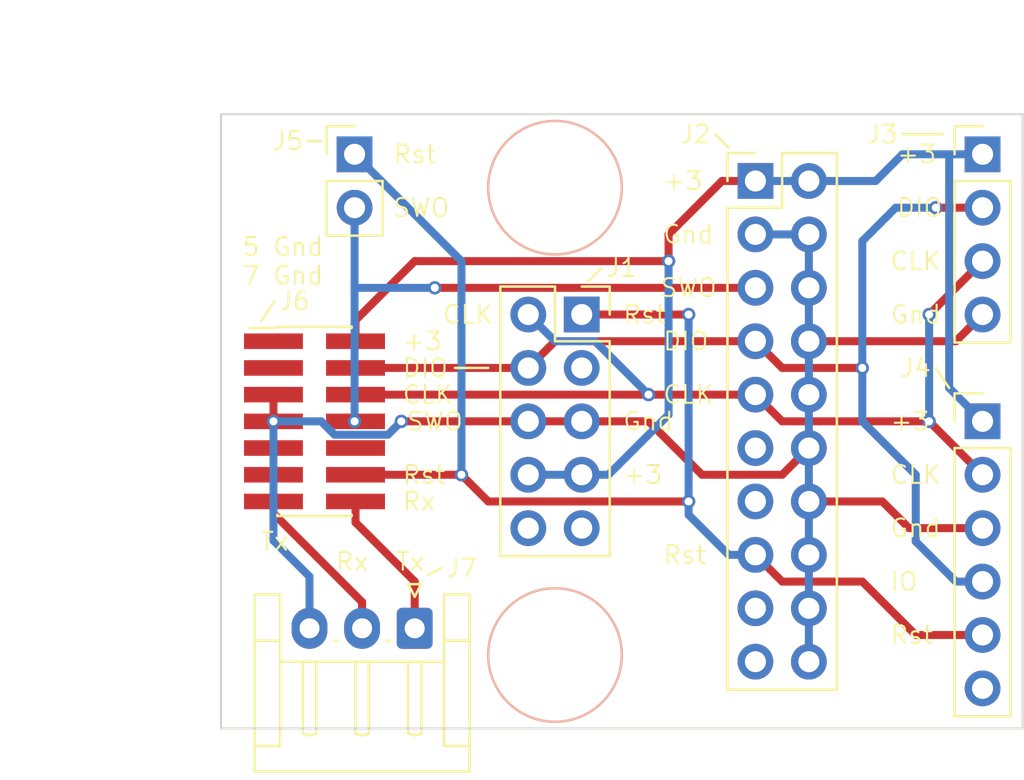
<source format=kicad_pcb>
(kicad_pcb (version 20171130) (host pcbnew "(5.1.5)-3")

  (general
    (thickness 1.6)
    (drawings 50)
    (tracks 113)
    (zones 0)
    (modules 9)
    (nets 9)
  )

  (page A4)
  (layers
    (0 F.Cu signal)
    (31 B.Cu signal)
    (32 B.Adhes user)
    (33 F.Adhes user)
    (34 B.Paste user)
    (35 F.Paste user)
    (36 B.SilkS user)
    (37 F.SilkS user)
    (38 B.Mask user)
    (39 F.Mask user)
    (40 Dwgs.User user)
    (41 Cmts.User user)
    (42 Eco1.User user)
    (43 Eco2.User user)
    (44 Edge.Cuts user)
    (45 Margin user)
    (46 B.CrtYd user)
    (47 F.CrtYd user)
    (48 B.Fab user hide)
    (49 F.Fab user hide)
  )

  (setup
    (last_trace_width 0.381)
    (trace_clearance 0.127)
    (zone_clearance 0.508)
    (zone_45_only no)
    (trace_min 0.2)
    (via_size 0.635)
    (via_drill 0.381)
    (via_min_size 0.4)
    (via_min_drill 0.3)
    (uvia_size 0.3)
    (uvia_drill 0.1)
    (uvias_allowed no)
    (uvia_min_size 0.2)
    (uvia_min_drill 0.1)
    (edge_width 0.05)
    (segment_width 0.2)
    (pcb_text_width 0.3)
    (pcb_text_size 1.5 1.5)
    (mod_edge_width 0.12)
    (mod_text_size 1 1)
    (mod_text_width 0.15)
    (pad_size 1.524 1.524)
    (pad_drill 0.762)
    (pad_to_mask_clearance 0.051)
    (solder_mask_min_width 0.25)
    (aux_axis_origin 0 0)
    (grid_origin 97.155 89.535)
    (visible_elements 7FFFFFFF)
    (pcbplotparams
      (layerselection 0x010fc_ffffffff)
      (usegerberextensions false)
      (usegerberattributes false)
      (usegerberadvancedattributes false)
      (creategerberjobfile false)
      (excludeedgelayer true)
      (linewidth 0.100000)
      (plotframeref false)
      (viasonmask false)
      (mode 1)
      (useauxorigin false)
      (hpglpennumber 1)
      (hpglpenspeed 20)
      (hpglpendiameter 15.000000)
      (psnegative false)
      (psa4output false)
      (plotreference true)
      (plotvalue true)
      (plotinvisibletext false)
      (padsonsilk false)
      (subtractmaskfromsilk false)
      (outputformat 1)
      (mirror false)
      (drillshape 0)
      (scaleselection 1)
      (outputdirectory ""))
  )

  (net 0 "")
  (net 1 +3V3)
  (net 2 GND)
  (net 3 /SWDIO)
  (net 4 /SWCLK)
  (net 5 /Reset)
  (net 6 /SWO)
  (net 7 /VCP_RX<-TX)
  (net 8 /VCP_TX->RX)

  (net_class Default "This is the default net class."
    (clearance 0.127)
    (trace_width 0.381)
    (via_dia 0.635)
    (via_drill 0.381)
    (uvia_dia 0.3)
    (uvia_drill 0.1)
    (add_net +3V3)
    (add_net /Reset)
    (add_net /SWCLK)
    (add_net /SWDIO)
    (add_net /SWO)
    (add_net /VCP_RX<-TX)
    (add_net /VCP_TX->RX)
    (add_net GND)
  )

  (module 0MiscParts:PinHeader_2x07_P1.27mm_Vertical_SMD_Samtec (layer F.Cu) (tedit 5FBADAC4) (tstamp 5FB97E3C)
    (at 101.6 74.93)
    (descr "surface-mounted straight pin header, 2x07, 1.27mm pitch, double rows")
    (tags "Surface mounted pin header SMD 2x07 1.27mm double row")
    (path /5FE4660D)
    (attr smd)
    (fp_text reference J6 (at -0.9525 -5.715) (layer F.SilkS)
      (effects (font (size 0.85 0.85) (thickness 0.1)))
    )
    (fp_text value Conn_02x07_Odd_Even (at 0 5.505) (layer F.Fab)
      (effects (font (size 0.85 0.85) (thickness 0.1)))
    )
    (fp_line (start 1.705 4.445) (end -1.705 4.445) (layer F.Fab) (width 0.1))
    (fp_line (start -1.27 -4.445) (end 1.705 -4.445) (layer F.Fab) (width 0.1))
    (fp_line (start -1.705 4.445) (end -1.705 -4.01) (layer F.Fab) (width 0.1))
    (fp_line (start -1.705 -4.01) (end -1.27 -4.445) (layer F.Fab) (width 0.1))
    (fp_line (start 1.705 -4.445) (end 1.705 4.445) (layer F.Fab) (width 0.1))
    (fp_line (start -1.705 -4.01) (end -2.75 -4.01) (layer F.Fab) (width 0.1))
    (fp_line (start -2.75 -4.01) (end -2.75 -3.61) (layer F.Fab) (width 0.1))
    (fp_line (start -2.75 -3.61) (end -1.705 -3.61) (layer F.Fab) (width 0.1))
    (fp_line (start 1.705 -4.01) (end 2.75 -4.01) (layer F.Fab) (width 0.1))
    (fp_line (start 2.75 -4.01) (end 2.75 -3.61) (layer F.Fab) (width 0.1))
    (fp_line (start 2.75 -3.61) (end 1.705 -3.61) (layer F.Fab) (width 0.1))
    (fp_line (start -1.705 -2.74) (end -2.75 -2.74) (layer F.Fab) (width 0.1))
    (fp_line (start -2.75 -2.74) (end -2.75 -2.34) (layer F.Fab) (width 0.1))
    (fp_line (start -2.75 -2.34) (end -1.705 -2.34) (layer F.Fab) (width 0.1))
    (fp_line (start 1.705 -2.74) (end 2.75 -2.74) (layer F.Fab) (width 0.1))
    (fp_line (start 2.75 -2.74) (end 2.75 -2.34) (layer F.Fab) (width 0.1))
    (fp_line (start 2.75 -2.34) (end 1.705 -2.34) (layer F.Fab) (width 0.1))
    (fp_line (start -1.705 -1.47) (end -2.75 -1.47) (layer F.Fab) (width 0.1))
    (fp_line (start -2.75 -1.47) (end -2.75 -1.07) (layer F.Fab) (width 0.1))
    (fp_line (start -2.75 -1.07) (end -1.705 -1.07) (layer F.Fab) (width 0.1))
    (fp_line (start 1.705 -1.47) (end 2.75 -1.47) (layer F.Fab) (width 0.1))
    (fp_line (start 2.75 -1.47) (end 2.75 -1.07) (layer F.Fab) (width 0.1))
    (fp_line (start 2.75 -1.07) (end 1.705 -1.07) (layer F.Fab) (width 0.1))
    (fp_line (start -1.705 -0.2) (end -2.75 -0.2) (layer F.Fab) (width 0.1))
    (fp_line (start -2.75 -0.2) (end -2.75 0.2) (layer F.Fab) (width 0.1))
    (fp_line (start -2.75 0.2) (end -1.705 0.2) (layer F.Fab) (width 0.1))
    (fp_line (start 1.705 -0.2) (end 2.75 -0.2) (layer F.Fab) (width 0.1))
    (fp_line (start 2.75 -0.2) (end 2.75 0.2) (layer F.Fab) (width 0.1))
    (fp_line (start 2.75 0.2) (end 1.705 0.2) (layer F.Fab) (width 0.1))
    (fp_line (start -1.705 1.07) (end -2.75 1.07) (layer F.Fab) (width 0.1))
    (fp_line (start -2.75 1.07) (end -2.75 1.47) (layer F.Fab) (width 0.1))
    (fp_line (start -2.75 1.47) (end -1.705 1.47) (layer F.Fab) (width 0.1))
    (fp_line (start 1.705 1.07) (end 2.75 1.07) (layer F.Fab) (width 0.1))
    (fp_line (start 2.75 1.07) (end 2.75 1.47) (layer F.Fab) (width 0.1))
    (fp_line (start 2.75 1.47) (end 1.705 1.47) (layer F.Fab) (width 0.1))
    (fp_line (start -1.705 2.34) (end -2.75 2.34) (layer F.Fab) (width 0.1))
    (fp_line (start -2.75 2.34) (end -2.75 2.74) (layer F.Fab) (width 0.1))
    (fp_line (start -2.75 2.74) (end -1.705 2.74) (layer F.Fab) (width 0.1))
    (fp_line (start 1.705 2.34) (end 2.75 2.34) (layer F.Fab) (width 0.1))
    (fp_line (start 2.75 2.34) (end 2.75 2.74) (layer F.Fab) (width 0.1))
    (fp_line (start 2.75 2.74) (end 1.705 2.74) (layer F.Fab) (width 0.1))
    (fp_line (start -1.705 3.61) (end -2.75 3.61) (layer F.Fab) (width 0.1))
    (fp_line (start -2.75 3.61) (end -2.75 4.01) (layer F.Fab) (width 0.1))
    (fp_line (start -2.75 4.01) (end -1.705 4.01) (layer F.Fab) (width 0.1))
    (fp_line (start 1.705 3.61) (end 2.75 3.61) (layer F.Fab) (width 0.1))
    (fp_line (start 2.75 3.61) (end 2.75 4.01) (layer F.Fab) (width 0.1))
    (fp_line (start 2.75 4.01) (end 1.705 4.01) (layer F.Fab) (width 0.1))
    (fp_line (start -1.765 -4.505) (end 1.765 -4.505) (layer F.SilkS) (width 0.12))
    (fp_line (start -1.765 4.505) (end 1.765 4.505) (layer F.SilkS) (width 0.12))
    (fp_line (start -3.09 -4.44) (end -1.765 -4.44) (layer F.SilkS) (width 0.12))
    (fp_line (start -1.765 -4.505) (end -1.765 -4.44) (layer F.SilkS) (width 0.12))
    (fp_line (start 1.765 -4.505) (end 1.765 -4.44) (layer F.SilkS) (width 0.12))
    (fp_line (start -1.765 4.44) (end -1.765 4.505) (layer F.SilkS) (width 0.12))
    (fp_line (start 1.765 4.44) (end 1.765 4.505) (layer F.SilkS) (width 0.12))
    (fp_line (start -4.3 -4.95) (end -4.3 4.95) (layer F.CrtYd) (width 0.05))
    (fp_line (start -4.3 4.95) (end 4.3 4.95) (layer F.CrtYd) (width 0.05))
    (fp_line (start 4.3 4.95) (end 4.3 -4.95) (layer F.CrtYd) (width 0.05))
    (fp_line (start 4.3 -4.95) (end -4.3 -4.95) (layer F.CrtYd) (width 0.05))
    (fp_text user %R (at 0 0 90) (layer F.Fab)
      (effects (font (size 0.85 0.85) (thickness 0.1)))
    )
    (pad 1 smd rect (at -1.95 -3.81) (size 2.8 0.74) (layers F.Cu F.Paste F.Mask))
    (pad 2 smd rect (at 1.95 -3.81) (size 2.8 0.74) (layers F.Cu F.Paste F.Mask)
      (net 1 +3V3))
    (pad 3 smd rect (at -1.95 -2.54) (size 2.8 0.74) (layers F.Cu F.Paste F.Mask))
    (pad 4 smd rect (at 1.95 -2.54) (size 2.8 0.74) (layers F.Cu F.Paste F.Mask)
      (net 3 /SWDIO))
    (pad 5 smd rect (at -1.95 -1.27) (size 2.8 0.74) (layers F.Cu F.Paste F.Mask)
      (net 2 GND))
    (pad 6 smd rect (at 1.95 -1.27) (size 2.8 0.74) (layers F.Cu F.Paste F.Mask)
      (net 4 /SWCLK))
    (pad 7 smd rect (at -1.95 0) (size 2.8 0.74) (layers F.Cu F.Paste F.Mask)
      (net 2 GND))
    (pad 8 smd rect (at 1.95 0) (size 2.8 0.74) (layers F.Cu F.Paste F.Mask)
      (net 6 /SWO))
    (pad 9 smd rect (at -1.95 1.27) (size 2.8 0.74) (layers F.Cu F.Paste F.Mask))
    (pad 10 smd rect (at 1.95 1.27) (size 2.8 0.74) (layers F.Cu F.Paste F.Mask))
    (pad 11 smd rect (at -1.95 2.54) (size 2.8 0.74) (layers F.Cu F.Paste F.Mask))
    (pad 12 smd rect (at 1.95 2.54) (size 2.8 0.74) (layers F.Cu F.Paste F.Mask)
      (net 5 /Reset))
    (pad 13 smd rect (at -1.95 3.81) (size 2.8 0.74) (layers F.Cu F.Paste F.Mask)
      (net 8 /VCP_TX->RX))
    (pad 14 smd rect (at 1.95 3.81) (size 2.8 0.74) (layers F.Cu F.Paste F.Mask)
      (net 7 /VCP_RX<-TX))
    (model ${KISYS3DMOD}/Connector_PinHeader_1.27mm.3dshapes/PinHeader_2x07_P1.27mm_Vertical_SMD.wrl
      (at (xyz 0 0 0))
      (scale (xyz 1 1 1))
      (rotate (xyz 0 0 0))
    )
  )

  (module "0MiscParts:MountingHole _1-8_1-4" (layer F.Cu) (tedit 5E4292CA) (tstamp 5FB99381)
    (at 113.03 63.8175)
    (path /5FE78440)
    (fp_text reference H2 (at 0 2.032) (layer F.Fab)
      (effects (font (size 1 1) (thickness 0.15)))
    )
    (fp_text value MountingHole (at 0 -2.032) (layer F.Fab)
      (effects (font (size 1 1) (thickness 0.15)))
    )
    (fp_circle (center 0 0) (end 3.175 0) (layer B.SilkS) (width 0.12))
    (fp_circle (center 0 0) (end 3.175 0) (layer F.SilkS) (width 0.12))
    (pad "" np_thru_hole circle (at 0 0) (size 3.175 3.175) (drill 3.175) (layers *.Cu *.Mask))
  )

  (module "0MiscParts:MountingHole _1-8_1-4" (layer F.Cu) (tedit 5E4292CA) (tstamp 5FB9937A)
    (at 113.03 86.0425)
    (path /5FE77D2F)
    (fp_text reference H1 (at 0 2.032) (layer F.Fab)
      (effects (font (size 1 1) (thickness 0.15)))
    )
    (fp_text value MountingHole (at 0 -2.032) (layer F.Fab)
      (effects (font (size 1 1) (thickness 0.15)))
    )
    (fp_circle (center 0 0) (end 3.175 0) (layer B.SilkS) (width 0.12))
    (fp_circle (center 0 0) (end 3.175 0) (layer F.SilkS) (width 0.12))
    (pad "" np_thru_hole circle (at 0 0) (size 3.175 3.175) (drill 3.175) (layers *.Cu *.Mask))
  )

  (module Connector_JST:JST_EH_S3B-EH_1x03_P2.50mm_Horizontal (layer F.Cu) (tedit 5C281425) (tstamp 5FB98505)
    (at 106.3625 84.7725 180)
    (descr "JST EH series connector, S3B-EH (http://www.jst-mfg.com/product/pdf/eng/eEH.pdf), generated with kicad-footprint-generator")
    (tags "connector JST EH horizontal")
    (path /5FE5746C)
    (fp_text reference J7 (at -2.2225 2.8575) (layer F.SilkS)
      (effects (font (size 0.85 0.85) (thickness 0.1)))
    )
    (fp_text value Conn_01x03 (at 2.5 2.7) (layer F.Fab)
      (effects (font (size 0.85 0.85) (thickness 0.1)))
    )
    (fp_text user %R (at 2.5 -2.6) (layer F.Fab)
      (effects (font (size 0.85 0.85) (thickness 0.1)))
    )
    (fp_line (start 0 -1.407107) (end 0.5 -0.7) (layer F.Fab) (width 0.1))
    (fp_line (start -0.5 -0.7) (end 0 -1.407107) (layer F.Fab) (width 0.1))
    (fp_line (start 0.3 2.1) (end 0 1.5) (layer F.SilkS) (width 0.12))
    (fp_line (start -0.3 2.1) (end 0.3 2.1) (layer F.SilkS) (width 0.12))
    (fp_line (start 0 1.5) (end -0.3 2.1) (layer F.SilkS) (width 0.12))
    (fp_line (start 5.32 -1.59) (end 5 -1.59) (layer F.SilkS) (width 0.12))
    (fp_line (start 5.32 -5.01) (end 5.32 -1.59) (layer F.SilkS) (width 0.12))
    (fp_line (start 5 -5.09) (end 5.32 -5.01) (layer F.SilkS) (width 0.12))
    (fp_line (start 4.68 -5.01) (end 5 -5.09) (layer F.SilkS) (width 0.12))
    (fp_line (start 4.68 -1.59) (end 4.68 -5.01) (layer F.SilkS) (width 0.12))
    (fp_line (start 5 -1.59) (end 4.68 -1.59) (layer F.SilkS) (width 0.12))
    (fp_line (start 3.67 -0.59) (end 3.83 -0.59) (layer F.SilkS) (width 0.12))
    (fp_line (start 2.82 -1.59) (end 2.5 -1.59) (layer F.SilkS) (width 0.12))
    (fp_line (start 2.82 -5.01) (end 2.82 -1.59) (layer F.SilkS) (width 0.12))
    (fp_line (start 2.5 -5.09) (end 2.82 -5.01) (layer F.SilkS) (width 0.12))
    (fp_line (start 2.18 -5.01) (end 2.5 -5.09) (layer F.SilkS) (width 0.12))
    (fp_line (start 2.18 -1.59) (end 2.18 -5.01) (layer F.SilkS) (width 0.12))
    (fp_line (start 2.5 -1.59) (end 2.18 -1.59) (layer F.SilkS) (width 0.12))
    (fp_line (start 1.17 -0.59) (end 1.33 -0.59) (layer F.SilkS) (width 0.12))
    (fp_line (start 0.32 -1.59) (end 0 -1.59) (layer F.SilkS) (width 0.12))
    (fp_line (start 0.32 -5.01) (end 0.32 -1.59) (layer F.SilkS) (width 0.12))
    (fp_line (start 0 -5.09) (end 0.32 -5.01) (layer F.SilkS) (width 0.12))
    (fp_line (start -0.32 -5.01) (end 0 -5.09) (layer F.SilkS) (width 0.12))
    (fp_line (start -0.32 -1.59) (end -0.32 -5.01) (layer F.SilkS) (width 0.12))
    (fp_line (start 0 -1.59) (end -0.32 -1.59) (layer F.SilkS) (width 0.12))
    (fp_line (start -1.39 -1.59) (end 6.39 -1.59) (layer F.SilkS) (width 0.12))
    (fp_line (start 6.39 -0.59) (end 7.61 -0.59) (layer F.SilkS) (width 0.12))
    (fp_line (start 6.39 -5.59) (end 6.39 -0.59) (layer F.SilkS) (width 0.12))
    (fp_line (start 7.61 -5.59) (end 6.39 -5.59) (layer F.SilkS) (width 0.12))
    (fp_line (start -1.39 -0.59) (end -2.61 -0.59) (layer F.SilkS) (width 0.12))
    (fp_line (start -1.39 -5.59) (end -1.39 -0.59) (layer F.SilkS) (width 0.12))
    (fp_line (start -2.61 -5.59) (end -1.39 -5.59) (layer F.SilkS) (width 0.12))
    (fp_line (start 6.39 1.61) (end 6.39 -0.59) (layer F.SilkS) (width 0.12))
    (fp_line (start 7.61 1.61) (end 6.39 1.61) (layer F.SilkS) (width 0.12))
    (fp_line (start 7.61 -6.81) (end 7.61 1.61) (layer F.SilkS) (width 0.12))
    (fp_line (start -2.61 -6.81) (end 7.61 -6.81) (layer F.SilkS) (width 0.12))
    (fp_line (start -2.61 1.61) (end -2.61 -6.81) (layer F.SilkS) (width 0.12))
    (fp_line (start -1.39 1.61) (end -2.61 1.61) (layer F.SilkS) (width 0.12))
    (fp_line (start -1.39 -0.59) (end -1.39 1.61) (layer F.SilkS) (width 0.12))
    (fp_line (start 8 -7.2) (end -3 -7.2) (layer F.CrtYd) (width 0.05))
    (fp_line (start 8 2) (end 8 -7.2) (layer F.CrtYd) (width 0.05))
    (fp_line (start -3 2) (end 8 2) (layer F.CrtYd) (width 0.05))
    (fp_line (start -3 -7.2) (end -3 2) (layer F.CrtYd) (width 0.05))
    (fp_line (start 6.5 -0.7) (end -1.5 -0.7) (layer F.Fab) (width 0.1))
    (fp_line (start 6.5 1.5) (end 6.5 -0.7) (layer F.Fab) (width 0.1))
    (fp_line (start 7.5 1.5) (end 6.5 1.5) (layer F.Fab) (width 0.1))
    (fp_line (start 7.5 -6.7) (end 7.5 1.5) (layer F.Fab) (width 0.1))
    (fp_line (start -2.5 -6.7) (end 7.5 -6.7) (layer F.Fab) (width 0.1))
    (fp_line (start -2.5 1.5) (end -2.5 -6.7) (layer F.Fab) (width 0.1))
    (fp_line (start -1.5 1.5) (end -2.5 1.5) (layer F.Fab) (width 0.1))
    (fp_line (start -1.5 -0.7) (end -1.5 1.5) (layer F.Fab) (width 0.1))
    (pad 3 thru_hole oval (at 5 0 180) (size 1.7 1.95) (drill 0.95) (layers *.Cu *.Mask)
      (net 2 GND))
    (pad 2 thru_hole oval (at 2.5 0 180) (size 1.7 1.95) (drill 0.95) (layers *.Cu *.Mask)
      (net 8 /VCP_TX->RX))
    (pad 1 thru_hole roundrect (at 0 0 180) (size 1.7 1.95) (drill 0.95) (layers *.Cu *.Mask) (roundrect_rratio 0.147059)
      (net 7 /VCP_RX<-TX))
    (model ${KISYS3DMOD}/Connector_JST.3dshapes/JST_EH_S3B-EH_1x03_P2.50mm_Horizontal.wrl
      (at (xyz 0 0 0))
      (scale (xyz 1 1 1))
      (rotate (xyz 0 0 0))
    )
  )

  (module Connector_PinHeader_2.54mm:PinHeader_1x02_P2.54mm_Vertical (layer F.Cu) (tedit 59FED5CC) (tstamp 5F233C9F)
    (at 103.505 62.23)
    (descr "Through hole straight pin header, 1x02, 2.54mm pitch, single row")
    (tags "Through hole pin header THT 1x02 2.54mm single row")
    (path /5F240DDF)
    (fp_text reference J5 (at -3.175 -0.635) (layer F.SilkS)
      (effects (font (size 0.85 0.85) (thickness 0.1)))
    )
    (fp_text value Conn_01x02_Male (at 0 4.87) (layer F.Fab)
      (effects (font (size 0.85 0.85) (thickness 0.1)))
    )
    (fp_text user %R (at 0 1.27 90) (layer F.Fab)
      (effects (font (size 0.85 0.85) (thickness 0.1)))
    )
    (fp_line (start 1.8 -1.8) (end -1.8 -1.8) (layer F.CrtYd) (width 0.05))
    (fp_line (start 1.8 4.35) (end 1.8 -1.8) (layer F.CrtYd) (width 0.05))
    (fp_line (start -1.8 4.35) (end 1.8 4.35) (layer F.CrtYd) (width 0.05))
    (fp_line (start -1.8 -1.8) (end -1.8 4.35) (layer F.CrtYd) (width 0.05))
    (fp_line (start -1.33 -1.33) (end 0 -1.33) (layer F.SilkS) (width 0.12))
    (fp_line (start -1.33 0) (end -1.33 -1.33) (layer F.SilkS) (width 0.12))
    (fp_line (start -1.33 1.27) (end 1.33 1.27) (layer F.SilkS) (width 0.12))
    (fp_line (start 1.33 1.27) (end 1.33 3.87) (layer F.SilkS) (width 0.12))
    (fp_line (start -1.33 1.27) (end -1.33 3.87) (layer F.SilkS) (width 0.12))
    (fp_line (start -1.33 3.87) (end 1.33 3.87) (layer F.SilkS) (width 0.12))
    (fp_line (start -1.27 -0.635) (end -0.635 -1.27) (layer F.Fab) (width 0.1))
    (fp_line (start -1.27 3.81) (end -1.27 -0.635) (layer F.Fab) (width 0.1))
    (fp_line (start 1.27 3.81) (end -1.27 3.81) (layer F.Fab) (width 0.1))
    (fp_line (start 1.27 -1.27) (end 1.27 3.81) (layer F.Fab) (width 0.1))
    (fp_line (start -0.635 -1.27) (end 1.27 -1.27) (layer F.Fab) (width 0.1))
    (pad 2 thru_hole oval (at 0 2.54) (size 1.7 1.7) (drill 1) (layers *.Cu *.Mask)
      (net 6 /SWO))
    (pad 1 thru_hole rect (at 0 0) (size 1.7 1.7) (drill 1) (layers *.Cu *.Mask)
      (net 5 /Reset))
    (model ${KISYS3DMOD}/Connector_PinHeader_2.54mm.3dshapes/PinHeader_1x02_P2.54mm_Vertical.wrl
      (at (xyz 0 0 0))
      (scale (xyz 1 1 1))
      (rotate (xyz 0 0 0))
    )
  )

  (module Connector_PinSocket_2.54mm:PinSocket_2x05_P2.54mm_Vertical (layer F.Cu) (tedit 5A19A42B) (tstamp 5EEE0CCE)
    (at 114.3 69.85)
    (descr "Through hole straight socket strip, 2x05, 2.54mm pitch, double cols (from Kicad 4.0.7), script generated")
    (tags "Through hole socket strip THT 2x05 2.54mm double row")
    (path /5EED9209)
    (fp_text reference J1 (at 1.905 -2.2225) (layer F.SilkS)
      (effects (font (size 0.85 0.85) (thickness 0.1)))
    )
    (fp_text value Conn_02x05_Odd_Even (at -1.27 12.93) (layer F.Fab)
      (effects (font (size 0.85 0.85) (thickness 0.1)))
    )
    (fp_text user %R (at -1.27 5.08 90) (layer F.Fab)
      (effects (font (size 0.85 0.85) (thickness 0.1)))
    )
    (fp_line (start -4.34 11.9) (end -4.34 -1.8) (layer F.CrtYd) (width 0.05))
    (fp_line (start 1.76 11.9) (end -4.34 11.9) (layer F.CrtYd) (width 0.05))
    (fp_line (start 1.76 -1.8) (end 1.76 11.9) (layer F.CrtYd) (width 0.05))
    (fp_line (start -4.34 -1.8) (end 1.76 -1.8) (layer F.CrtYd) (width 0.05))
    (fp_line (start 0 -1.33) (end 1.33 -1.33) (layer F.SilkS) (width 0.12))
    (fp_line (start 1.33 -1.33) (end 1.33 0) (layer F.SilkS) (width 0.12))
    (fp_line (start -1.27 -1.33) (end -1.27 1.27) (layer F.SilkS) (width 0.12))
    (fp_line (start -1.27 1.27) (end 1.33 1.27) (layer F.SilkS) (width 0.12))
    (fp_line (start 1.33 1.27) (end 1.33 11.49) (layer F.SilkS) (width 0.12))
    (fp_line (start -3.87 11.49) (end 1.33 11.49) (layer F.SilkS) (width 0.12))
    (fp_line (start -3.87 -1.33) (end -3.87 11.49) (layer F.SilkS) (width 0.12))
    (fp_line (start -3.87 -1.33) (end -1.27 -1.33) (layer F.SilkS) (width 0.12))
    (fp_line (start -3.81 11.43) (end -3.81 -1.27) (layer F.Fab) (width 0.1))
    (fp_line (start 1.27 11.43) (end -3.81 11.43) (layer F.Fab) (width 0.1))
    (fp_line (start 1.27 -0.27) (end 1.27 11.43) (layer F.Fab) (width 0.1))
    (fp_line (start 0.27 -1.27) (end 1.27 -0.27) (layer F.Fab) (width 0.1))
    (fp_line (start -3.81 -1.27) (end 0.27 -1.27) (layer F.Fab) (width 0.1))
    (pad 10 thru_hole oval (at -2.54 10.16) (size 1.7 1.7) (drill 1) (layers *.Cu *.Mask))
    (pad 9 thru_hole oval (at 0 10.16) (size 1.7 1.7) (drill 1) (layers *.Cu *.Mask))
    (pad 8 thru_hole oval (at -2.54 7.62) (size 1.7 1.7) (drill 1) (layers *.Cu *.Mask)
      (net 1 +3V3))
    (pad 7 thru_hole oval (at 0 7.62) (size 1.7 1.7) (drill 1) (layers *.Cu *.Mask)
      (net 1 +3V3))
    (pad 6 thru_hole oval (at -2.54 5.08) (size 1.7 1.7) (drill 1) (layers *.Cu *.Mask)
      (net 2 GND))
    (pad 5 thru_hole oval (at 0 5.08) (size 1.7 1.7) (drill 1) (layers *.Cu *.Mask)
      (net 2 GND))
    (pad 4 thru_hole oval (at -2.54 2.54) (size 1.7 1.7) (drill 1) (layers *.Cu *.Mask)
      (net 3 /SWDIO))
    (pad 3 thru_hole oval (at 0 2.54) (size 1.7 1.7) (drill 1) (layers *.Cu *.Mask))
    (pad 2 thru_hole oval (at -2.54 0) (size 1.7 1.7) (drill 1) (layers *.Cu *.Mask)
      (net 4 /SWCLK))
    (pad 1 thru_hole rect (at 0 0) (size 1.7 1.7) (drill 1) (layers *.Cu *.Mask)
      (net 5 /Reset))
    (model ${KISYS3DMOD}/Connector_PinSocket_2.54mm.3dshapes/PinSocket_2x05_P2.54mm_Vertical.wrl
      (at (xyz 0 0 0))
      (scale (xyz 1 1 1))
      (rotate (xyz 0 0 0))
    )
  )

  (module Connector_PinHeader_2.54mm:PinHeader_1x06_P2.54mm_Vertical (layer F.Cu) (tedit 59FED5CC) (tstamp 5EEE1499)
    (at 133.35 74.93)
    (descr "Through hole straight pin header, 1x06, 2.54mm pitch, single row")
    (tags "Through hole pin header THT 1x06 2.54mm single row")
    (path /5EEF2DB2)
    (fp_text reference J4 (at -3.175 -2.54) (layer F.SilkS)
      (effects (font (size 0.85 0.85) (thickness 0.1)))
    )
    (fp_text value Conn_01x06_Male (at 0 15.03) (layer F.Fab)
      (effects (font (size 0.85 0.85) (thickness 0.1)))
    )
    (fp_text user %R (at 0 6.35 90) (layer F.Fab)
      (effects (font (size 0.85 0.85) (thickness 0.1)))
    )
    (fp_line (start 1.8 -1.8) (end -1.8 -1.8) (layer F.CrtYd) (width 0.05))
    (fp_line (start 1.8 14.5) (end 1.8 -1.8) (layer F.CrtYd) (width 0.05))
    (fp_line (start -1.8 14.5) (end 1.8 14.5) (layer F.CrtYd) (width 0.05))
    (fp_line (start -1.8 -1.8) (end -1.8 14.5) (layer F.CrtYd) (width 0.05))
    (fp_line (start -1.33 -1.33) (end 0 -1.33) (layer F.SilkS) (width 0.12))
    (fp_line (start -1.33 0) (end -1.33 -1.33) (layer F.SilkS) (width 0.12))
    (fp_line (start -1.33 1.27) (end 1.33 1.27) (layer F.SilkS) (width 0.12))
    (fp_line (start 1.33 1.27) (end 1.33 14.03) (layer F.SilkS) (width 0.12))
    (fp_line (start -1.33 1.27) (end -1.33 14.03) (layer F.SilkS) (width 0.12))
    (fp_line (start -1.33 14.03) (end 1.33 14.03) (layer F.SilkS) (width 0.12))
    (fp_line (start -1.27 -0.635) (end -0.635 -1.27) (layer F.Fab) (width 0.1))
    (fp_line (start -1.27 13.97) (end -1.27 -0.635) (layer F.Fab) (width 0.1))
    (fp_line (start 1.27 13.97) (end -1.27 13.97) (layer F.Fab) (width 0.1))
    (fp_line (start 1.27 -1.27) (end 1.27 13.97) (layer F.Fab) (width 0.1))
    (fp_line (start -0.635 -1.27) (end 1.27 -1.27) (layer F.Fab) (width 0.1))
    (pad 6 thru_hole oval (at 0 12.7) (size 1.7 1.7) (drill 1) (layers *.Cu *.Mask))
    (pad 5 thru_hole oval (at 0 10.16) (size 1.7 1.7) (drill 1) (layers *.Cu *.Mask)
      (net 5 /Reset))
    (pad 4 thru_hole oval (at 0 7.62) (size 1.7 1.7) (drill 1) (layers *.Cu *.Mask)
      (net 3 /SWDIO))
    (pad 3 thru_hole oval (at 0 5.08) (size 1.7 1.7) (drill 1) (layers *.Cu *.Mask)
      (net 2 GND))
    (pad 2 thru_hole oval (at 0 2.54) (size 1.7 1.7) (drill 1) (layers *.Cu *.Mask)
      (net 4 /SWCLK))
    (pad 1 thru_hole rect (at 0 0) (size 1.7 1.7) (drill 1) (layers *.Cu *.Mask)
      (net 1 +3V3))
    (model ${KISYS3DMOD}/Connector_PinHeader_2.54mm.3dshapes/PinHeader_1x06_P2.54mm_Vertical.wrl
      (at (xyz 0 0 0))
      (scale (xyz 1 1 1))
      (rotate (xyz 0 0 0))
    )
  )

  (module Connector_PinHeader_2.54mm:PinHeader_2x10_P2.54mm_Vertical (layer F.Cu) (tedit 59FED5CC) (tstamp 5EEE0CF8)
    (at 122.555 63.5)
    (descr "Through hole straight pin header, 2x10, 2.54mm pitch, double rows")
    (tags "Through hole pin header THT 2x10 2.54mm double row")
    (path /5EED99D3)
    (fp_text reference J2 (at -2.8575 -2.2225) (layer F.SilkS)
      (effects (font (size 0.85 0.85) (thickness 0.1)))
    )
    (fp_text value Conn_02x10_Odd_Even (at 1.27 25.19) (layer F.Fab)
      (effects (font (size 0.85 0.85) (thickness 0.1)))
    )
    (fp_text user %R (at 1.27 11.43 90) (layer F.Fab)
      (effects (font (size 0.85 0.85) (thickness 0.1)))
    )
    (fp_line (start 4.35 -1.8) (end -1.8 -1.8) (layer F.CrtYd) (width 0.05))
    (fp_line (start 4.35 24.65) (end 4.35 -1.8) (layer F.CrtYd) (width 0.05))
    (fp_line (start -1.8 24.65) (end 4.35 24.65) (layer F.CrtYd) (width 0.05))
    (fp_line (start -1.8 -1.8) (end -1.8 24.65) (layer F.CrtYd) (width 0.05))
    (fp_line (start -1.33 -1.33) (end 0 -1.33) (layer F.SilkS) (width 0.12))
    (fp_line (start -1.33 0) (end -1.33 -1.33) (layer F.SilkS) (width 0.12))
    (fp_line (start 1.27 -1.33) (end 3.87 -1.33) (layer F.SilkS) (width 0.12))
    (fp_line (start 1.27 1.27) (end 1.27 -1.33) (layer F.SilkS) (width 0.12))
    (fp_line (start -1.33 1.27) (end 1.27 1.27) (layer F.SilkS) (width 0.12))
    (fp_line (start 3.87 -1.33) (end 3.87 24.19) (layer F.SilkS) (width 0.12))
    (fp_line (start -1.33 1.27) (end -1.33 24.19) (layer F.SilkS) (width 0.12))
    (fp_line (start -1.33 24.19) (end 3.87 24.19) (layer F.SilkS) (width 0.12))
    (fp_line (start -1.27 0) (end 0 -1.27) (layer F.Fab) (width 0.1))
    (fp_line (start -1.27 24.13) (end -1.27 0) (layer F.Fab) (width 0.1))
    (fp_line (start 3.81 24.13) (end -1.27 24.13) (layer F.Fab) (width 0.1))
    (fp_line (start 3.81 -1.27) (end 3.81 24.13) (layer F.Fab) (width 0.1))
    (fp_line (start 0 -1.27) (end 3.81 -1.27) (layer F.Fab) (width 0.1))
    (pad 20 thru_hole oval (at 2.54 22.86) (size 1.7 1.7) (drill 1) (layers *.Cu *.Mask)
      (net 2 GND))
    (pad 19 thru_hole oval (at 0 22.86) (size 1.7 1.7) (drill 1) (layers *.Cu *.Mask))
    (pad 18 thru_hole oval (at 2.54 20.32) (size 1.7 1.7) (drill 1) (layers *.Cu *.Mask)
      (net 2 GND))
    (pad 17 thru_hole oval (at 0 20.32) (size 1.7 1.7) (drill 1) (layers *.Cu *.Mask))
    (pad 16 thru_hole oval (at 2.54 17.78) (size 1.7 1.7) (drill 1) (layers *.Cu *.Mask)
      (net 2 GND))
    (pad 15 thru_hole oval (at 0 17.78) (size 1.7 1.7) (drill 1) (layers *.Cu *.Mask)
      (net 5 /Reset))
    (pad 14 thru_hole oval (at 2.54 15.24) (size 1.7 1.7) (drill 1) (layers *.Cu *.Mask)
      (net 2 GND))
    (pad 13 thru_hole oval (at 0 15.24) (size 1.7 1.7) (drill 1) (layers *.Cu *.Mask))
    (pad 12 thru_hole oval (at 2.54 12.7) (size 1.7 1.7) (drill 1) (layers *.Cu *.Mask)
      (net 2 GND))
    (pad 11 thru_hole oval (at 0 12.7) (size 1.7 1.7) (drill 1) (layers *.Cu *.Mask))
    (pad 10 thru_hole oval (at 2.54 10.16) (size 1.7 1.7) (drill 1) (layers *.Cu *.Mask)
      (net 2 GND))
    (pad 9 thru_hole oval (at 0 10.16) (size 1.7 1.7) (drill 1) (layers *.Cu *.Mask)
      (net 4 /SWCLK))
    (pad 8 thru_hole oval (at 2.54 7.62) (size 1.7 1.7) (drill 1) (layers *.Cu *.Mask)
      (net 2 GND))
    (pad 7 thru_hole oval (at 0 7.62) (size 1.7 1.7) (drill 1) (layers *.Cu *.Mask)
      (net 3 /SWDIO))
    (pad 6 thru_hole oval (at 2.54 5.08) (size 1.7 1.7) (drill 1) (layers *.Cu *.Mask)
      (net 2 GND))
    (pad 5 thru_hole oval (at 0 5.08) (size 1.7 1.7) (drill 1) (layers *.Cu *.Mask)
      (net 6 /SWO))
    (pad 4 thru_hole oval (at 2.54 2.54) (size 1.7 1.7) (drill 1) (layers *.Cu *.Mask)
      (net 2 GND))
    (pad 3 thru_hole oval (at 0 2.54) (size 1.7 1.7) (drill 1) (layers *.Cu *.Mask)
      (net 2 GND))
    (pad 2 thru_hole oval (at 2.54 0) (size 1.7 1.7) (drill 1) (layers *.Cu *.Mask)
      (net 1 +3V3))
    (pad 1 thru_hole rect (at 0 0) (size 1.7 1.7) (drill 1) (layers *.Cu *.Mask)
      (net 1 +3V3))
    (model ${KISYS3DMOD}/Connector_PinHeader_2.54mm.3dshapes/PinHeader_2x10_P2.54mm_Vertical.wrl
      (at (xyz 0 0 0))
      (scale (xyz 1 1 1))
      (rotate (xyz 0 0 0))
    )
  )

  (module Connector_PinHeader_2.54mm:PinHeader_1x04_P2.54mm_Vertical (layer F.Cu) (tedit 59FED5CC) (tstamp 5EEE0D10)
    (at 133.35 62.23)
    (descr "Through hole straight pin header, 1x04, 2.54mm pitch, single row")
    (tags "Through hole pin header THT 1x04 2.54mm single row")
    (path /5EEDA700)
    (fp_text reference J3 (at -4.7625 -0.9525) (layer F.SilkS)
      (effects (font (size 0.85 0.85) (thickness 0.1)))
    )
    (fp_text value Conn_01x04_Male (at 0 9.95) (layer F.Fab)
      (effects (font (size 0.85 0.85) (thickness 0.1)))
    )
    (fp_text user %R (at 0 3.81 90) (layer F.Fab)
      (effects (font (size 0.85 0.85) (thickness 0.1)))
    )
    (fp_line (start 1.8 -1.8) (end -1.8 -1.8) (layer F.CrtYd) (width 0.05))
    (fp_line (start 1.8 9.4) (end 1.8 -1.8) (layer F.CrtYd) (width 0.05))
    (fp_line (start -1.8 9.4) (end 1.8 9.4) (layer F.CrtYd) (width 0.05))
    (fp_line (start -1.8 -1.8) (end -1.8 9.4) (layer F.CrtYd) (width 0.05))
    (fp_line (start -1.33 -1.33) (end 0 -1.33) (layer F.SilkS) (width 0.12))
    (fp_line (start -1.33 0) (end -1.33 -1.33) (layer F.SilkS) (width 0.12))
    (fp_line (start -1.33 1.27) (end 1.33 1.27) (layer F.SilkS) (width 0.12))
    (fp_line (start 1.33 1.27) (end 1.33 8.95) (layer F.SilkS) (width 0.12))
    (fp_line (start -1.33 1.27) (end -1.33 8.95) (layer F.SilkS) (width 0.12))
    (fp_line (start -1.33 8.95) (end 1.33 8.95) (layer F.SilkS) (width 0.12))
    (fp_line (start -1.27 -0.635) (end -0.635 -1.27) (layer F.Fab) (width 0.1))
    (fp_line (start -1.27 8.89) (end -1.27 -0.635) (layer F.Fab) (width 0.1))
    (fp_line (start 1.27 8.89) (end -1.27 8.89) (layer F.Fab) (width 0.1))
    (fp_line (start 1.27 -1.27) (end 1.27 8.89) (layer F.Fab) (width 0.1))
    (fp_line (start -0.635 -1.27) (end 1.27 -1.27) (layer F.Fab) (width 0.1))
    (pad 4 thru_hole oval (at 0 7.62) (size 1.7 1.7) (drill 1) (layers *.Cu *.Mask)
      (net 2 GND))
    (pad 3 thru_hole oval (at 0 5.08) (size 1.7 1.7) (drill 1) (layers *.Cu *.Mask)
      (net 4 /SWCLK))
    (pad 2 thru_hole oval (at 0 2.54) (size 1.7 1.7) (drill 1) (layers *.Cu *.Mask)
      (net 3 /SWDIO))
    (pad 1 thru_hole rect (at 0 0) (size 1.7 1.7) (drill 1) (layers *.Cu *.Mask)
      (net 1 +3V3))
    (model ${KISYS3DMOD}/Connector_PinHeader_2.54mm.3dshapes/PinHeader_1x04_P2.54mm_Vertical.wrl
      (at (xyz 0 0 0))
      (scale (xyz 1 1 1))
      (rotate (xyz 0 0 0))
    )
  )

  (gr_line (start 107.6325 81.915) (end 106.9975 82.2325) (layer F.SilkS) (width 0.12))
  (gr_line (start 101.2825 61.595) (end 101.9175 61.595) (layer F.SilkS) (width 0.12))
  (gr_line (start 99.695 69.215) (end 99.06 70.1675) (layer F.SilkS) (width 0.12))
  (gr_line (start 115.2525 67.6275) (end 114.6175 68.2625) (layer F.SilkS) (width 0.12))
  (gr_line (start 120.65 61.2775) (end 121.285 61.9125) (layer F.SilkS) (width 0.12))
  (gr_line (start 131.1275 72.39) (end 131.7625 73.3425) (layer F.SilkS) (width 0.12))
  (gr_line (start 129.54 61.2775) (end 131.445 61.2775) (layer F.SilkS) (width 0.12))
  (gr_line (start 108.2675 72.39) (end 109.855 72.39) (layer F.SilkS) (width 0.12))
  (gr_text Rx (at 105.7275 78.74) (layer F.SilkS) (tstamp 5FB98A77)
    (effects (font (size 0.85 0.85) (thickness 0.1)) (justify left))
  )
  (gr_text Rx (at 102.5525 81.5975) (layer F.SilkS) (tstamp 5FB98A77)
    (effects (font (size 0.85 0.85) (thickness 0.1)) (justify left))
  )
  (gr_text Tx (at 105.41 81.5975) (layer F.SilkS) (tstamp 5FB98A77)
    (effects (font (size 0.85 0.85) (thickness 0.1)) (justify left))
  )
  (gr_text Tx (at 99.695 80.645) (layer F.SilkS) (tstamp 5FB98A72)
    (effects (font (size 0.85 0.85) (thickness 0.1)))
  )
  (gr_text "5 Gnd\n7 Gnd" (at 98.1075 67.31) (layer F.SilkS) (tstamp 5FB98A6B)
    (effects (font (size 0.85 0.85) (thickness 0.1)) (justify left))
  )
  (gr_text Rst (at 105.7275 77.47) (layer F.SilkS) (tstamp 5FB98A68)
    (effects (font (size 0.85 0.85) (thickness 0.1)) (justify left))
  )
  (gr_text SWO (at 107.315 74.93) (layer F.SilkS) (tstamp 5FB98A65)
    (effects (font (size 0.85 0.85) (thickness 0.1)))
  )
  (gr_text CLK (at 105.7275 73.66) (layer F.SilkS) (tstamp 5FB98A62)
    (effects (font (size 0.85 0.85) (thickness 0.1)) (justify left))
  )
  (gr_text DIO (at 105.7275 72.39) (layer F.SilkS) (tstamp 5FB98A5F)
    (effects (font (size 0.85 0.85) (thickness 0.1)) (justify left))
  )
  (gr_text +3 (at 105.7275 71.12) (layer F.SilkS) (tstamp 5FB98A5C)
    (effects (font (size 0.85 0.85) (thickness 0.1)) (justify left))
  )
  (dimension 8.255 (width 0.15) (layer Dwgs.User)
    (gr_text "0.3250 in" (at 107.6325 57.755) (layer Dwgs.User)
      (effects (font (size 0.85 0.85) (thickness 0.1)))
    )
    (feature1 (pts (xy 103.505 60.325) (xy 103.505 58.468579)))
    (feature2 (pts (xy 111.76 60.325) (xy 111.76 58.468579)))
    (crossbar (pts (xy 111.76 59.055) (xy 103.505 59.055)))
    (arrow1a (pts (xy 103.505 59.055) (xy 104.631504 58.468579)))
    (arrow1b (pts (xy 103.505 59.055) (xy 104.631504 59.641421)))
    (arrow2a (pts (xy 111.76 59.055) (xy 110.633496 58.468579)))
    (arrow2b (pts (xy 111.76 59.055) (xy 110.633496 59.641421)))
  )
  (gr_text SWO (at 119.38 68.58) (layer F.SilkS) (tstamp 5F2E7E85)
    (effects (font (size 0.85 0.85) (thickness 0.1)))
  )
  (gr_text Gnd (at 130.175 69.85) (layer F.SilkS) (tstamp 5F233E87)
    (effects (font (size 0.85 0.85) (thickness 0.1)))
  )
  (gr_text SWO (at 106.68 64.77) (layer F.SilkS) (tstamp 5F233D20)
    (effects (font (size 0.85 0.85) (thickness 0.1)))
  )
  (gr_text +3 (at 116.205 77.47) (layer F.SilkS) (tstamp 5EF34E22)
    (effects (font (size 0.85 0.85) (thickness 0.1)) (justify left))
  )
  (gr_text Gnd (at 116.205 74.93) (layer F.SilkS) (tstamp 5EF34E21)
    (effects (font (size 0.85 0.85) (thickness 0.1)) (justify left))
  )
  (gr_text Rst (at 116.205 69.85) (layer F.SilkS) (tstamp 5EF34E18)
    (effects (font (size 0.85 0.85) (thickness 0.1)) (justify left))
  )
  (gr_text Rst (at 118.11 81.28) (layer F.SilkS) (tstamp 5EF34E18)
    (effects (font (size 0.85 0.85) (thickness 0.1)) (justify left))
  )
  (gr_text Rst (at 128.905 85.09) (layer F.SilkS) (tstamp 5EF34E14)
    (effects (font (size 0.85 0.85) (thickness 0.1)) (justify left))
  )
  (gr_text Gnd (at 118.11 66.04) (layer F.SilkS) (tstamp 5EF34561)
    (effects (font (size 0.85 0.85) (thickness 0.1)) (justify left))
  )
  (gr_text Gnd (at 128.905 80.01) (layer F.SilkS) (tstamp 5EF34561)
    (effects (font (size 0.85 0.85) (thickness 0.1)) (justify left))
  )
  (gr_text Rst (at 106.3625 62.23) (layer F.SilkS) (tstamp 5EF34551)
    (effects (font (size 0.85 0.85) (thickness 0.1)))
  )
  (gr_text +3 (at 118.11 63.5) (layer F.SilkS) (tstamp 5EF34551)
    (effects (font (size 0.85 0.85) (thickness 0.1)) (justify left))
  )
  (gr_text +3 (at 128.905 74.93) (layer F.SilkS) (tstamp 5EF34551)
    (effects (font (size 0.85 0.85) (thickness 0.1)) (justify left))
  )
  (gr_text +3 (at 129.2225 62.23) (layer F.SilkS) (tstamp 5F233DE8)
    (effects (font (size 0.85 0.85) (thickness 0.1)) (justify left))
  )
  (gr_text CLK (at 107.6325 69.85) (layer F.SilkS) (tstamp 5EF3454A)
    (effects (font (size 0.85 0.85) (thickness 0.1)) (justify left))
  )
  (gr_text CLK (at 118.11 73.66) (layer F.SilkS) (tstamp 5EF3454A)
    (effects (font (size 0.85 0.85) (thickness 0.1)) (justify left))
  )
  (gr_text CLK (at 128.905 77.47) (layer F.SilkS) (tstamp 5EF3454A)
    (effects (font (size 0.85 0.85) (thickness 0.1)) (justify left))
  )
  (gr_text CLK (at 128.905 67.31) (layer F.SilkS) (tstamp 5F233DEB)
    (effects (font (size 0.85 0.85) (thickness 0.1)) (justify left))
  )
  (gr_text DIO (at 118.11 71.12) (layer F.SilkS) (tstamp 5EF34491)
    (effects (font (size 0.85 0.85) (thickness 0.1)) (justify left))
  )
  (gr_text IO (at 128.905 82.55) (layer F.SilkS) (tstamp 5EF34491)
    (effects (font (size 0.85 0.85) (thickness 0.1)) (justify left))
  )
  (gr_text DIO (at 129.2225 64.77) (layer F.SilkS) (tstamp 5F233DE2)
    (effects (font (size 0.85 0.85) (thickness 0.1)) (justify left))
  )
  (dimension 38.1 (width 0.15) (layer Dwgs.User)
    (gr_text "1.5000 in" (at 116.205 55.215) (layer Dwgs.User)
      (effects (font (size 0.85 0.85) (thickness 0.1)))
    )
    (feature1 (pts (xy 135.255 60.325) (xy 135.255 55.928579)))
    (feature2 (pts (xy 97.155 60.325) (xy 97.155 55.928579)))
    (crossbar (pts (xy 97.155 56.515) (xy 135.255 56.515)))
    (arrow1a (pts (xy 135.255 56.515) (xy 134.128496 57.101421)))
    (arrow1b (pts (xy 135.255 56.515) (xy 134.128496 55.928579)))
    (arrow2a (pts (xy 97.155 56.515) (xy 98.281504 57.101421)))
    (arrow2b (pts (xy 97.155 56.515) (xy 98.281504 55.928579)))
  )
  (dimension 8.255 (width 0.15) (layer Dwgs.User)
    (gr_text "0.3250 in" (at 129.2225 57.755) (layer Dwgs.User)
      (effects (font (size 0.85 0.85) (thickness 0.1)))
    )
    (feature1 (pts (xy 133.35 60.325) (xy 133.35 58.468579)))
    (feature2 (pts (xy 125.095 60.325) (xy 125.095 58.468579)))
    (crossbar (pts (xy 125.095 59.055) (xy 133.35 59.055)))
    (arrow1a (pts (xy 133.35 59.055) (xy 132.223496 59.641421)))
    (arrow1b (pts (xy 133.35 59.055) (xy 132.223496 58.468579)))
    (arrow2a (pts (xy 125.095 59.055) (xy 126.221504 59.641421)))
    (arrow2b (pts (xy 125.095 59.055) (xy 126.221504 58.468579)))
  )
  (dimension 8.255 (width 0.15) (layer Dwgs.User)
    (gr_text "0.3250 in" (at 118.4275 57.755) (layer Dwgs.User)
      (effects (font (size 0.85 0.85) (thickness 0.1)))
    )
    (feature1 (pts (xy 122.555 60.325) (xy 122.555 58.468579)))
    (feature2 (pts (xy 114.3 60.325) (xy 114.3 58.468579)))
    (crossbar (pts (xy 114.3 59.055) (xy 122.555 59.055)))
    (arrow1a (pts (xy 122.555 59.055) (xy 121.428496 59.641421)))
    (arrow1b (pts (xy 122.555 59.055) (xy 121.428496 58.468579)))
    (arrow2a (pts (xy 114.3 59.055) (xy 115.426504 59.641421)))
    (arrow2b (pts (xy 114.3 59.055) (xy 115.426504 58.468579)))
  )
  (dimension 29.21 (width 0.15) (layer Dwgs.User)
    (gr_text "1.1500 in" (at 89.505 74.93 90) (layer Dwgs.User)
      (effects (font (size 0.85 0.85) (thickness 0.1)))
    )
    (feature1 (pts (xy 97.155 60.325) (xy 90.218579 60.325)))
    (feature2 (pts (xy 97.155 89.535) (xy 90.218579 89.535)))
    (crossbar (pts (xy 90.805 89.535) (xy 90.805 60.325)))
    (arrow1a (pts (xy 90.805 60.325) (xy 91.391421 61.451504)))
    (arrow1b (pts (xy 90.805 60.325) (xy 90.218579 61.451504)))
    (arrow2a (pts (xy 90.805 89.535) (xy 91.391421 88.408496)))
    (arrow2b (pts (xy 90.805 89.535) (xy 90.218579 88.408496)))
  )
  (gr_line (start 97.155 74.93) (end 135.255 74.93) (layer Dwgs.User) (width 0.15))
  (dimension 14.605 (width 0.15) (layer Dwgs.User)
    (gr_text "0.5750 in" (at 92.68 82.2325 90) (layer Dwgs.User)
      (effects (font (size 0.85 0.85) (thickness 0.1)))
    )
    (feature1 (pts (xy 97.155 74.93) (xy 93.393579 74.93)))
    (feature2 (pts (xy 97.155 89.535) (xy 93.393579 89.535)))
    (crossbar (pts (xy 93.98 89.535) (xy 93.98 74.93)))
    (arrow1a (pts (xy 93.98 74.93) (xy 94.566421 76.056504)))
    (arrow1b (pts (xy 93.98 74.93) (xy 93.393579 76.056504)))
    (arrow2a (pts (xy 93.98 89.535) (xy 94.566421 88.408496)))
    (arrow2b (pts (xy 93.98 89.535) (xy 93.393579 88.408496)))
  )
  (gr_line (start 135.255 60.325) (end 135.255 89.535) (layer Edge.Cuts) (width 0.1))
  (gr_line (start 97.155 60.325) (end 135.255 60.325) (layer Edge.Cuts) (width 0.1))
  (gr_line (start 97.155 89.535) (end 97.155 60.325) (layer Edge.Cuts) (width 0.1) (tstamp 5F233DDF))
  (gr_line (start 135.255 89.535) (end 97.155 89.535) (layer Edge.Cuts) (width 0.1))

  (segment (start 122.555 63.5) (end 125.095 63.5) (width 0.381) (layer B.Cu) (net 1))
  (segment (start 111.76 77.47) (end 114.3 77.47) (width 0.381) (layer B.Cu) (net 1))
  (segment (start 125.095 63.5) (end 128.27 63.5) (width 0.381) (layer B.Cu) (net 1))
  (segment (start 128.27 63.5) (end 129.54 62.23) (width 0.381) (layer B.Cu) (net 1))
  (segment (start 130.81 62.23) (end 133.35 62.23) (width 0.381) (layer B.Cu) (net 1))
  (segment (start 129.54 62.23) (end 130.81 62.23) (width 0.381) (layer B.Cu) (net 1))
  (segment (start 131.7625 73.3425) (end 133.35 74.93) (width 0.381) (layer B.Cu) (net 1))
  (segment (start 131.7625 62.23) (end 131.7625 73.3425) (width 0.381) (layer B.Cu) (net 1))
  (segment (start 118.4275 67.31) (end 118.4275 74.6125) (width 0.381) (layer B.Cu) (net 1))
  (segment (start 118.4275 74.6125) (end 115.57 77.47) (width 0.381) (layer B.Cu) (net 1))
  (via (at 118.4275 67.31) (size 0.635) (drill 0.381) (layers F.Cu B.Cu) (net 1))
  (segment (start 115.57 77.47) (end 114.3 77.47) (width 0.381) (layer B.Cu) (net 1))
  (segment (start 118.4275 67.31) (end 118.4275 66.04) (width 0.381) (layer F.Cu) (net 1))
  (segment (start 120.9675 63.5) (end 122.555 63.5) (width 0.381) (layer F.Cu) (net 1))
  (segment (start 118.4275 66.04) (end 120.9675 63.5) (width 0.381) (layer F.Cu) (net 1))
  (segment (start 103.55 70.1225) (end 103.55 71.12) (width 0.381) (layer F.Cu) (net 1))
  (segment (start 118.4275 67.31) (end 106.3625 67.31) (width 0.381) (layer F.Cu) (net 1))
  (segment (start 106.3625 67.31) (end 103.55 70.1225) (width 0.381) (layer F.Cu) (net 1))
  (segment (start 122.555 66.04) (end 125.095 66.04) (width 0.381) (layer B.Cu) (net 2))
  (segment (start 125.095 66.04) (end 125.095 68.58) (width 0.381) (layer B.Cu) (net 2))
  (segment (start 125.095 71.12) (end 125.095 68.58) (width 0.381) (layer B.Cu) (net 2))
  (segment (start 125.095 71.12) (end 125.095 73.66) (width 0.381) (layer B.Cu) (net 2))
  (segment (start 125.095 73.66) (end 125.095 76.2) (width 0.381) (layer B.Cu) (net 2))
  (segment (start 125.095 76.2) (end 125.095 78.74) (width 0.381) (layer B.Cu) (net 2))
  (segment (start 125.095 78.74) (end 125.095 81.28) (width 0.381) (layer B.Cu) (net 2))
  (segment (start 125.095 81.28) (end 125.095 83.82) (width 0.381) (layer B.Cu) (net 2))
  (segment (start 125.095 83.82) (end 125.095 86.36) (width 0.381) (layer B.Cu) (net 2))
  (segment (start 114.3 74.93) (end 117.475 74.93) (width 0.381) (layer F.Cu) (net 2))
  (segment (start 117.475 74.93) (end 120.015 77.47) (width 0.381) (layer F.Cu) (net 2))
  (segment (start 123.825 77.47) (end 125.095 76.2) (width 0.381) (layer F.Cu) (net 2))
  (segment (start 120.015 77.47) (end 123.825 77.47) (width 0.381) (layer F.Cu) (net 2))
  (segment (start 132.08 71.12) (end 133.35 69.85) (width 0.381) (layer F.Cu) (net 2))
  (segment (start 125.095 71.12) (end 132.08 71.12) (width 0.381) (layer F.Cu) (net 2))
  (segment (start 99.65 73.66) (end 99.65 74.93) (width 0.381) (layer F.Cu) (net 2))
  (segment (start 99.65 74.93) (end 99.65 74.93) (width 0.381) (layer F.Cu) (net 2) (tstamp 5FB98112))
  (via (at 99.65 74.93) (size 0.635) (drill 0.381) (layers F.Cu B.Cu) (net 2))
  (segment (start 99.65 74.93) (end 99.65 80.6) (width 0.381) (layer B.Cu) (net 2))
  (segment (start 101.3625 82.3125) (end 101.3625 84.7725) (width 0.381) (layer B.Cu) (net 2))
  (segment (start 99.65 80.6) (end 101.3625 82.3125) (width 0.381) (layer B.Cu) (net 2))
  (segment (start 129.8575 80.01) (end 133.35 80.01) (width 0.381) (layer F.Cu) (net 2))
  (segment (start 125.095 78.74) (end 128.5875 78.74) (width 0.381) (layer F.Cu) (net 2))
  (segment (start 128.5875 78.74) (end 129.8575 80.01) (width 0.381) (layer F.Cu) (net 2))
  (segment (start 111.76 74.93) (end 114.3 74.93) (width 0.381) (layer F.Cu) (net 2))
  (segment (start 108.2675 74.93) (end 108.2675 74.93) (width 0.381) (layer F.Cu) (net 2) (tstamp 5FB9904A))
  (segment (start 111.76 74.93) (end 105.7275 74.93) (width 0.381) (layer F.Cu) (net 2))
  (segment (start 105.7275 74.93) (end 105.0925 75.565) (width 0.381) (layer B.Cu) (net 2))
  (segment (start 105.0925 75.565) (end 102.5525 75.565) (width 0.381) (layer B.Cu) (net 2))
  (via (at 105.7275 74.93) (size 0.635) (drill 0.381) (layers F.Cu B.Cu) (net 2))
  (segment (start 102.5525 75.565) (end 101.9175 74.93) (width 0.381) (layer B.Cu) (net 2))
  (segment (start 101.9175 74.93) (end 99.65 74.93) (width 0.381) (layer B.Cu) (net 2))
  (via (at 127.635 72.39) (size 0.635) (drill 0.381) (layers F.Cu B.Cu) (net 3))
  (segment (start 123.825 72.39) (end 122.555 71.12) (width 0.381) (layer F.Cu) (net 3))
  (segment (start 127.635 72.39) (end 123.825 72.39) (width 0.381) (layer F.Cu) (net 3))
  (segment (start 133.35 64.77) (end 131.1275 64.77) (width 0.381) (layer F.Cu) (net 3))
  (via (at 131.1275 64.77) (size 0.635) (drill 0.381) (layers F.Cu B.Cu) (net 3))
  (segment (start 129.2225 64.77) (end 131.1275 64.77) (width 0.381) (layer B.Cu) (net 3))
  (segment (start 127.635 72.39) (end 127.635 66.3575) (width 0.381) (layer B.Cu) (net 3))
  (segment (start 127.635 66.3575) (end 129.2225 64.77) (width 0.381) (layer B.Cu) (net 3))
  (segment (start 130.175 80.645) (end 132.08 82.55) (width 0.381) (layer B.Cu) (net 3))
  (segment (start 130.175 77.47) (end 130.175 80.645) (width 0.381) (layer B.Cu) (net 3))
  (segment (start 127.635 72.39) (end 127.635 74.93) (width 0.381) (layer B.Cu) (net 3))
  (segment (start 132.08 82.55) (end 133.35 82.55) (width 0.381) (layer B.Cu) (net 3))
  (segment (start 127.635 74.93) (end 130.175 77.47) (width 0.381) (layer B.Cu) (net 3))
  (segment (start 111.76 72.39) (end 113.03 71.12) (width 0.381) (layer F.Cu) (net 3))
  (segment (start 113.03 71.12) (end 122.555 71.12) (width 0.381) (layer F.Cu) (net 3))
  (segment (start 103.55 72.39) (end 111.76 72.39) (width 0.381) (layer F.Cu) (net 3))
  (via (at 117.475 73.66) (size 0.635) (drill 0.381) (layers F.Cu B.Cu) (net 4))
  (segment (start 122.555 73.66) (end 117.475 73.66) (width 0.381) (layer F.Cu) (net 4))
  (segment (start 113.03 71.12) (end 111.76 69.85) (width 0.381) (layer B.Cu) (net 4))
  (segment (start 117.475 73.66) (end 114.935 71.12) (width 0.381) (layer B.Cu) (net 4))
  (segment (start 114.935 71.12) (end 113.03 71.12) (width 0.381) (layer B.Cu) (net 4))
  (segment (start 130.81 74.93) (end 133.35 77.47) (width 0.381) (layer F.Cu) (net 4))
  (via (at 130.81 74.93) (size 0.635) (drill 0.381) (layers F.Cu B.Cu) (net 4))
  (segment (start 130.81 74.93) (end 123.825 74.93) (width 0.381) (layer F.Cu) (net 4))
  (segment (start 123.825 74.93) (end 122.555 73.66) (width 0.381) (layer F.Cu) (net 4))
  (segment (start 130.81 69.85) (end 133.35 67.31) (width 0.381) (layer F.Cu) (net 4))
  (via (at 130.81 69.85) (size 0.635) (drill 0.381) (layers F.Cu B.Cu) (net 4))
  (segment (start 130.81 74.93) (end 130.81 69.85) (width 0.381) (layer B.Cu) (net 4))
  (segment (start 103.55 73.66) (end 117.475 73.66) (width 0.381) (layer F.Cu) (net 4))
  (segment (start 127.635 82.55) (end 130.175 85.09) (width 0.381) (layer F.Cu) (net 5))
  (segment (start 130.175 85.09) (end 133.35 85.09) (width 0.381) (layer F.Cu) (net 5))
  (segment (start 122.555 81.28) (end 123.825 82.55) (width 0.381) (layer F.Cu) (net 5))
  (segment (start 123.825 82.55) (end 127.635 82.55) (width 0.381) (layer F.Cu) (net 5))
  (segment (start 114.3 69.85) (end 119.38 69.85) (width 0.381) (layer F.Cu) (net 5))
  (segment (start 119.38 69.85) (end 119.38 69.85) (width 0.381) (layer F.Cu) (net 5) (tstamp 5EEE179D))
  (via (at 119.38 69.85) (size 0.635) (drill 0.381) (layers F.Cu B.Cu) (net 5))
  (segment (start 103.55 77.47) (end 108.2675 77.47) (width 0.381) (layer F.Cu) (net 5))
  (segment (start 108.2675 77.47) (end 108.585 77.47) (width 0.381) (layer F.Cu) (net 5))
  (segment (start 108.585 77.47) (end 109.855 78.74) (width 0.381) (layer F.Cu) (net 5))
  (segment (start 109.855 78.74) (end 119.38 78.74) (width 0.381) (layer F.Cu) (net 5))
  (segment (start 121.285 81.28) (end 122.555 81.28) (width 0.381) (layer B.Cu) (net 5))
  (segment (start 119.38 69.85) (end 119.38 79.375) (width 0.381) (layer B.Cu) (net 5))
  (segment (start 119.38 79.375) (end 121.285 81.28) (width 0.381) (layer B.Cu) (net 5))
  (segment (start 119.38 78.74) (end 119.38 78.74) (width 0.381) (layer F.Cu) (net 5) (tstamp 5FB98B78))
  (via (at 119.38 78.74) (size 0.635) (drill 0.381) (layers F.Cu B.Cu) (net 5))
  (segment (start 108.585 77.47) (end 108.585 77.47) (width 0.381) (layer F.Cu) (net 5) (tstamp 5FB99051))
  (via (at 108.585 77.47) (size 0.635) (drill 0.381) (layers F.Cu B.Cu) (net 5))
  (segment (start 108.585 67.31) (end 103.505 62.23) (width 0.381) (layer B.Cu) (net 5))
  (segment (start 108.585 77.47) (end 108.585 67.31) (width 0.381) (layer B.Cu) (net 5))
  (segment (start 103.505 74.93) (end 103.505 74.93) (width 0.381) (layer B.Cu) (net 6) (tstamp 5FB98B8C))
  (via (at 103.505 74.93) (size 0.635) (drill 0.381) (layers F.Cu B.Cu) (net 6))
  (segment (start 103.505 74.93) (end 103.505 68.58) (width 0.381) (layer B.Cu) (net 6))
  (segment (start 103.505 68.58) (end 103.505 64.77) (width 0.381) (layer B.Cu) (net 6))
  (segment (start 107.315 68.58) (end 105.7275 68.58) (width 0.381) (layer B.Cu) (net 6))
  (via (at 107.315 68.58) (size 0.635) (drill 0.381) (layers F.Cu B.Cu) (net 6))
  (segment (start 105.7275 68.58) (end 103.505 68.58) (width 0.381) (layer B.Cu) (net 6))
  (segment (start 122.555 68.58) (end 107.315 68.58) (width 0.381) (layer F.Cu) (net 6))
  (segment (start 103.55 78.74) (end 103.55 79.7375) (width 0.381) (layer F.Cu) (net 7))
  (segment (start 106.3625 82.55) (end 106.3625 84.7725) (width 0.381) (layer F.Cu) (net 7))
  (segment (start 103.55 79.7375) (end 106.3625 82.55) (width 0.381) (layer F.Cu) (net 7))
  (segment (start 103.8625 83.5225) (end 103.8625 84.7725) (width 0.381) (layer F.Cu) (net 8))
  (segment (start 99.65 78.74) (end 99.65 79.31) (width 0.381) (layer F.Cu) (net 8))
  (segment (start 99.65 79.31) (end 103.8625 83.5225) (width 0.381) (layer F.Cu) (net 8))

)

</source>
